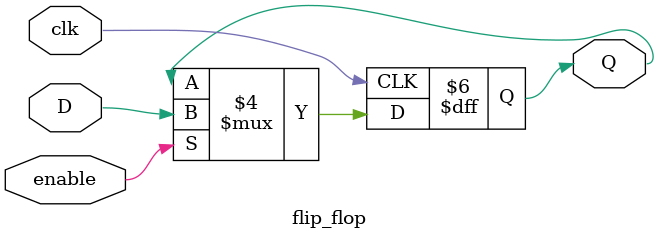
<source format=v>
`timescale 1ns / 1ps


module flip_flop(
    input D,
    input enable,
    input clk,
    output reg Q = 1
    );
    
        
    always @(posedge clk)
        if (enable == 1'b1)
            Q <= D;

    
endmodule

</source>
